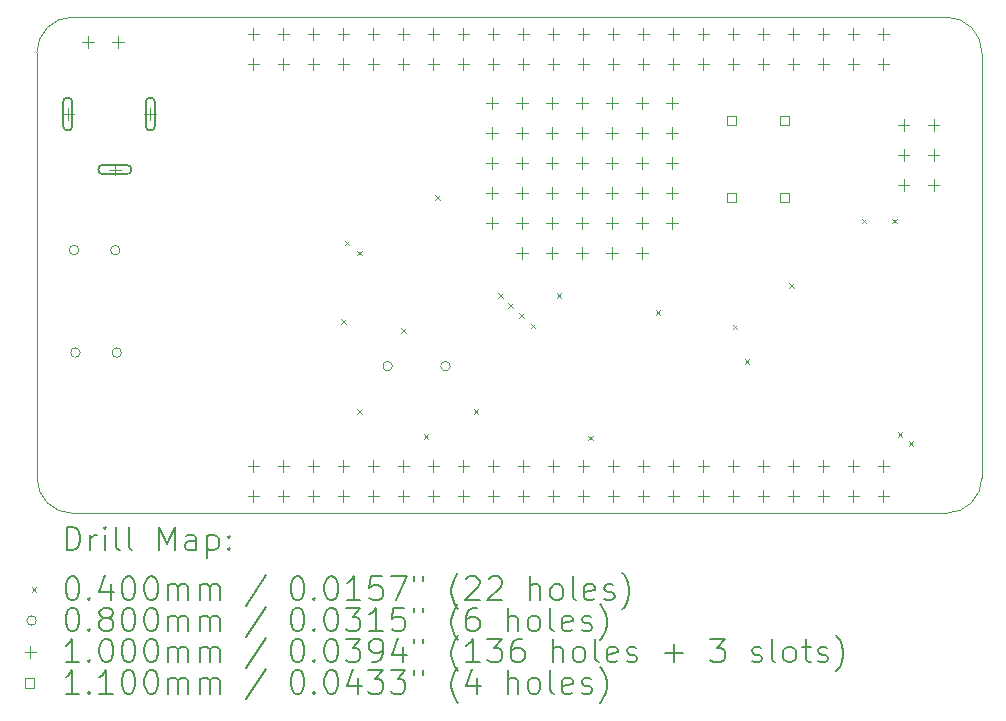
<source format=gbr>
%FSLAX45Y45*%
G04 Gerber Fmt 4.5, Leading zero omitted, Abs format (unit mm)*
G04 Created by KiCad (PCBNEW (6.0.5)) date 2023-02-02 23:21:55*
%MOMM*%
%LPD*%
G01*
G04 APERTURE LIST*
%TA.AperFunction,Profile*%
%ADD10C,0.100000*%
%TD*%
%ADD11C,0.200000*%
%ADD12C,0.040000*%
%ADD13C,0.080000*%
%ADD14C,0.100000*%
%ADD15C,0.110000*%
G04 APERTURE END LIST*
D10*
X10500000Y-7700000D02*
X10500000Y-11300000D01*
X18500000Y-7700000D02*
G75*
G03*
X18200000Y-7400000I-300000J0D01*
G01*
X18200000Y-11600000D02*
G75*
G03*
X18500000Y-11300000I0J300000D01*
G01*
X10500000Y-11300000D02*
X10500000Y-11300000D01*
X18500000Y-11300000D02*
X18500000Y-7700000D01*
X10800000Y-11600000D02*
X18200000Y-11600000D01*
X18200000Y-7400000D02*
X10800000Y-7400000D01*
X10800000Y-7400000D02*
G75*
G03*
X10500000Y-7700000I0J-300000D01*
G01*
X10500000Y-11300000D02*
G75*
G03*
X10800000Y-11600000I300000J0D01*
G01*
D11*
D12*
X13077000Y-9958000D02*
X13117000Y-9998000D01*
X13117000Y-9958000D02*
X13077000Y-9998000D01*
X13105000Y-9292000D02*
X13145000Y-9332000D01*
X13145000Y-9292000D02*
X13105000Y-9332000D01*
X13209000Y-10719000D02*
X13249000Y-10759000D01*
X13249000Y-10719000D02*
X13209000Y-10759000D01*
X13211000Y-9376000D02*
X13251000Y-9416000D01*
X13251000Y-9376000D02*
X13211000Y-9416000D01*
X13586000Y-10032000D02*
X13626000Y-10072000D01*
X13626000Y-10032000D02*
X13586000Y-10072000D01*
X13775000Y-10928000D02*
X13815000Y-10968000D01*
X13815000Y-10928000D02*
X13775000Y-10968000D01*
X13871000Y-8905000D02*
X13911000Y-8945000D01*
X13911000Y-8905000D02*
X13871000Y-8945000D01*
X14198000Y-10717000D02*
X14238000Y-10757000D01*
X14238000Y-10717000D02*
X14198000Y-10757000D01*
X14405000Y-9739000D02*
X14445000Y-9779000D01*
X14445000Y-9739000D02*
X14405000Y-9779000D01*
X14492000Y-9819000D02*
X14532000Y-9859000D01*
X14532000Y-9819000D02*
X14492000Y-9859000D01*
X14585000Y-9905000D02*
X14625000Y-9945000D01*
X14625000Y-9905000D02*
X14585000Y-9945000D01*
X14680000Y-9994000D02*
X14720000Y-10034000D01*
X14720000Y-9994000D02*
X14680000Y-10034000D01*
X14901000Y-9735000D02*
X14941000Y-9775000D01*
X14941000Y-9735000D02*
X14901000Y-9775000D01*
X15164000Y-10944000D02*
X15204000Y-10984000D01*
X15204000Y-10944000D02*
X15164000Y-10984000D01*
X15739000Y-9883000D02*
X15779000Y-9923000D01*
X15779000Y-9883000D02*
X15739000Y-9923000D01*
X16391000Y-10004000D02*
X16431000Y-10044000D01*
X16431000Y-10004000D02*
X16391000Y-10044000D01*
X16491000Y-10297000D02*
X16531000Y-10337000D01*
X16531000Y-10297000D02*
X16491000Y-10337000D01*
X16866000Y-9653000D02*
X16906000Y-9693000D01*
X16906000Y-9653000D02*
X16866000Y-9693000D01*
X17482000Y-9107000D02*
X17522000Y-9147000D01*
X17522000Y-9107000D02*
X17482000Y-9147000D01*
X17743000Y-9105000D02*
X17783000Y-9145000D01*
X17783000Y-9105000D02*
X17743000Y-9145000D01*
X17786000Y-10912000D02*
X17826000Y-10952000D01*
X17826000Y-10912000D02*
X17786000Y-10952000D01*
X17880000Y-10992000D02*
X17920000Y-11032000D01*
X17920000Y-10992000D02*
X17880000Y-11032000D01*
D13*
X10853465Y-9372600D02*
G75*
G03*
X10853465Y-9372600I-40000J0D01*
G01*
X10865265Y-10240000D02*
G75*
G03*
X10865265Y-10240000I-40000J0D01*
G01*
X11203465Y-9372600D02*
G75*
G03*
X11203465Y-9372600I-40000J0D01*
G01*
X11215265Y-10240000D02*
G75*
G03*
X11215265Y-10240000I-40000J0D01*
G01*
X13509000Y-10354000D02*
G75*
G03*
X13509000Y-10354000I-40000J0D01*
G01*
X13999000Y-10354000D02*
G75*
G03*
X13999000Y-10354000I-40000J0D01*
G01*
D14*
X10760000Y-8170000D02*
X10760000Y-8270000D01*
X10710000Y-8220000D02*
X10810000Y-8220000D01*
D11*
X10720000Y-8120000D02*
X10720000Y-8320000D01*
X10800000Y-8120000D02*
X10800000Y-8320000D01*
X10720000Y-8320000D02*
G75*
G03*
X10800000Y-8320000I40000J0D01*
G01*
X10800000Y-8120000D02*
G75*
G03*
X10720000Y-8120000I-40000J0D01*
G01*
D14*
X10929500Y-7562000D02*
X10929500Y-7662000D01*
X10879500Y-7612000D02*
X10979500Y-7612000D01*
X11160000Y-8640000D02*
X11160000Y-8740000D01*
X11110000Y-8690000D02*
X11210000Y-8690000D01*
D11*
X11060000Y-8730000D02*
X11260000Y-8730000D01*
X11060000Y-8650000D02*
X11260000Y-8650000D01*
X11260000Y-8730000D02*
G75*
G03*
X11260000Y-8650000I0J40000D01*
G01*
X11060000Y-8650000D02*
G75*
G03*
X11060000Y-8730000I0J-40000D01*
G01*
D14*
X11183500Y-7562000D02*
X11183500Y-7662000D01*
X11133500Y-7612000D02*
X11233500Y-7612000D01*
X11460000Y-8170000D02*
X11460000Y-8270000D01*
X11410000Y-8220000D02*
X11510000Y-8220000D01*
D11*
X11420000Y-8120000D02*
X11420000Y-8320000D01*
X11500000Y-8120000D02*
X11500000Y-8320000D01*
X11420000Y-8320000D02*
G75*
G03*
X11500000Y-8320000I40000J0D01*
G01*
X11500000Y-8120000D02*
G75*
G03*
X11420000Y-8120000I-40000J0D01*
G01*
D14*
X12333000Y-7496000D02*
X12333000Y-7596000D01*
X12283000Y-7546000D02*
X12383000Y-7546000D01*
X12333000Y-7750000D02*
X12333000Y-7850000D01*
X12283000Y-7800000D02*
X12383000Y-7800000D01*
X12333000Y-11150000D02*
X12333000Y-11250000D01*
X12283000Y-11200000D02*
X12383000Y-11200000D01*
X12333000Y-11404000D02*
X12333000Y-11504000D01*
X12283000Y-11454000D02*
X12383000Y-11454000D01*
X12587000Y-7496000D02*
X12587000Y-7596000D01*
X12537000Y-7546000D02*
X12637000Y-7546000D01*
X12587000Y-7750000D02*
X12587000Y-7850000D01*
X12537000Y-7800000D02*
X12637000Y-7800000D01*
X12587000Y-11150000D02*
X12587000Y-11250000D01*
X12537000Y-11200000D02*
X12637000Y-11200000D01*
X12587000Y-11404000D02*
X12587000Y-11504000D01*
X12537000Y-11454000D02*
X12637000Y-11454000D01*
X12841000Y-7496000D02*
X12841000Y-7596000D01*
X12791000Y-7546000D02*
X12891000Y-7546000D01*
X12841000Y-7750000D02*
X12841000Y-7850000D01*
X12791000Y-7800000D02*
X12891000Y-7800000D01*
X12841000Y-11150000D02*
X12841000Y-11250000D01*
X12791000Y-11200000D02*
X12891000Y-11200000D01*
X12841000Y-11404000D02*
X12841000Y-11504000D01*
X12791000Y-11454000D02*
X12891000Y-11454000D01*
X13095000Y-7496000D02*
X13095000Y-7596000D01*
X13045000Y-7546000D02*
X13145000Y-7546000D01*
X13095000Y-7750000D02*
X13095000Y-7850000D01*
X13045000Y-7800000D02*
X13145000Y-7800000D01*
X13095000Y-11150000D02*
X13095000Y-11250000D01*
X13045000Y-11200000D02*
X13145000Y-11200000D01*
X13095000Y-11404000D02*
X13095000Y-11504000D01*
X13045000Y-11454000D02*
X13145000Y-11454000D01*
X13349000Y-7496000D02*
X13349000Y-7596000D01*
X13299000Y-7546000D02*
X13399000Y-7546000D01*
X13349000Y-7750000D02*
X13349000Y-7850000D01*
X13299000Y-7800000D02*
X13399000Y-7800000D01*
X13349000Y-11150000D02*
X13349000Y-11250000D01*
X13299000Y-11200000D02*
X13399000Y-11200000D01*
X13349000Y-11404000D02*
X13349000Y-11504000D01*
X13299000Y-11454000D02*
X13399000Y-11454000D01*
X13603000Y-7496000D02*
X13603000Y-7596000D01*
X13553000Y-7546000D02*
X13653000Y-7546000D01*
X13603000Y-7750000D02*
X13603000Y-7850000D01*
X13553000Y-7800000D02*
X13653000Y-7800000D01*
X13603000Y-11150000D02*
X13603000Y-11250000D01*
X13553000Y-11200000D02*
X13653000Y-11200000D01*
X13603000Y-11404000D02*
X13603000Y-11504000D01*
X13553000Y-11454000D02*
X13653000Y-11454000D01*
X13857000Y-7496000D02*
X13857000Y-7596000D01*
X13807000Y-7546000D02*
X13907000Y-7546000D01*
X13857000Y-7750000D02*
X13857000Y-7850000D01*
X13807000Y-7800000D02*
X13907000Y-7800000D01*
X13857000Y-11150000D02*
X13857000Y-11250000D01*
X13807000Y-11200000D02*
X13907000Y-11200000D01*
X13857000Y-11404000D02*
X13857000Y-11504000D01*
X13807000Y-11454000D02*
X13907000Y-11454000D01*
X14111000Y-7496000D02*
X14111000Y-7596000D01*
X14061000Y-7546000D02*
X14161000Y-7546000D01*
X14111000Y-7750000D02*
X14111000Y-7850000D01*
X14061000Y-7800000D02*
X14161000Y-7800000D01*
X14111000Y-11150000D02*
X14111000Y-11250000D01*
X14061000Y-11200000D02*
X14161000Y-11200000D01*
X14111000Y-11404000D02*
X14111000Y-11504000D01*
X14061000Y-11454000D02*
X14161000Y-11454000D01*
X14351000Y-8078000D02*
X14351000Y-8178000D01*
X14301000Y-8128000D02*
X14401000Y-8128000D01*
X14351000Y-8332000D02*
X14351000Y-8432000D01*
X14301000Y-8382000D02*
X14401000Y-8382000D01*
X14351000Y-8586000D02*
X14351000Y-8686000D01*
X14301000Y-8636000D02*
X14401000Y-8636000D01*
X14351000Y-8840000D02*
X14351000Y-8940000D01*
X14301000Y-8890000D02*
X14401000Y-8890000D01*
X14351000Y-9094000D02*
X14351000Y-9194000D01*
X14301000Y-9144000D02*
X14401000Y-9144000D01*
X14365000Y-7496000D02*
X14365000Y-7596000D01*
X14315000Y-7546000D02*
X14415000Y-7546000D01*
X14365000Y-7750000D02*
X14365000Y-7850000D01*
X14315000Y-7800000D02*
X14415000Y-7800000D01*
X14365000Y-11150000D02*
X14365000Y-11250000D01*
X14315000Y-11200000D02*
X14415000Y-11200000D01*
X14365000Y-11404000D02*
X14365000Y-11504000D01*
X14315000Y-11454000D02*
X14415000Y-11454000D01*
X14605000Y-8078000D02*
X14605000Y-8178000D01*
X14555000Y-8128000D02*
X14655000Y-8128000D01*
X14605000Y-8332000D02*
X14605000Y-8432000D01*
X14555000Y-8382000D02*
X14655000Y-8382000D01*
X14605000Y-8586000D02*
X14605000Y-8686000D01*
X14555000Y-8636000D02*
X14655000Y-8636000D01*
X14605000Y-8840000D02*
X14605000Y-8940000D01*
X14555000Y-8890000D02*
X14655000Y-8890000D01*
X14605000Y-9094000D02*
X14605000Y-9194000D01*
X14555000Y-9144000D02*
X14655000Y-9144000D01*
X14605000Y-9348000D02*
X14605000Y-9448000D01*
X14555000Y-9398000D02*
X14655000Y-9398000D01*
X14619000Y-7496000D02*
X14619000Y-7596000D01*
X14569000Y-7546000D02*
X14669000Y-7546000D01*
X14619000Y-7750000D02*
X14619000Y-7850000D01*
X14569000Y-7800000D02*
X14669000Y-7800000D01*
X14619000Y-11150000D02*
X14619000Y-11250000D01*
X14569000Y-11200000D02*
X14669000Y-11200000D01*
X14619000Y-11404000D02*
X14619000Y-11504000D01*
X14569000Y-11454000D02*
X14669000Y-11454000D01*
X14859000Y-8078000D02*
X14859000Y-8178000D01*
X14809000Y-8128000D02*
X14909000Y-8128000D01*
X14859000Y-8332000D02*
X14859000Y-8432000D01*
X14809000Y-8382000D02*
X14909000Y-8382000D01*
X14859000Y-8586000D02*
X14859000Y-8686000D01*
X14809000Y-8636000D02*
X14909000Y-8636000D01*
X14859000Y-8840000D02*
X14859000Y-8940000D01*
X14809000Y-8890000D02*
X14909000Y-8890000D01*
X14859000Y-9094000D02*
X14859000Y-9194000D01*
X14809000Y-9144000D02*
X14909000Y-9144000D01*
X14859000Y-9348000D02*
X14859000Y-9448000D01*
X14809000Y-9398000D02*
X14909000Y-9398000D01*
X14873000Y-7496000D02*
X14873000Y-7596000D01*
X14823000Y-7546000D02*
X14923000Y-7546000D01*
X14873000Y-7750000D02*
X14873000Y-7850000D01*
X14823000Y-7800000D02*
X14923000Y-7800000D01*
X14873000Y-11150000D02*
X14873000Y-11250000D01*
X14823000Y-11200000D02*
X14923000Y-11200000D01*
X14873000Y-11404000D02*
X14873000Y-11504000D01*
X14823000Y-11454000D02*
X14923000Y-11454000D01*
X15113000Y-8078000D02*
X15113000Y-8178000D01*
X15063000Y-8128000D02*
X15163000Y-8128000D01*
X15113000Y-8332000D02*
X15113000Y-8432000D01*
X15063000Y-8382000D02*
X15163000Y-8382000D01*
X15113000Y-8586000D02*
X15113000Y-8686000D01*
X15063000Y-8636000D02*
X15163000Y-8636000D01*
X15113000Y-8840000D02*
X15113000Y-8940000D01*
X15063000Y-8890000D02*
X15163000Y-8890000D01*
X15113000Y-9094000D02*
X15113000Y-9194000D01*
X15063000Y-9144000D02*
X15163000Y-9144000D01*
X15113000Y-9348000D02*
X15113000Y-9448000D01*
X15063000Y-9398000D02*
X15163000Y-9398000D01*
X15127000Y-7496000D02*
X15127000Y-7596000D01*
X15077000Y-7546000D02*
X15177000Y-7546000D01*
X15127000Y-7750000D02*
X15127000Y-7850000D01*
X15077000Y-7800000D02*
X15177000Y-7800000D01*
X15127000Y-11150000D02*
X15127000Y-11250000D01*
X15077000Y-11200000D02*
X15177000Y-11200000D01*
X15127000Y-11404000D02*
X15127000Y-11504000D01*
X15077000Y-11454000D02*
X15177000Y-11454000D01*
X15366533Y-8330599D02*
X15366533Y-8430599D01*
X15316533Y-8380599D02*
X15416533Y-8380599D01*
X15366533Y-8584599D02*
X15366533Y-8684599D01*
X15316533Y-8634599D02*
X15416533Y-8634599D01*
X15366533Y-8838599D02*
X15366533Y-8938599D01*
X15316533Y-8888599D02*
X15416533Y-8888599D01*
X15366533Y-9092599D02*
X15366533Y-9192599D01*
X15316533Y-9142599D02*
X15416533Y-9142599D01*
X15367000Y-8078000D02*
X15367000Y-8178000D01*
X15317000Y-8128000D02*
X15417000Y-8128000D01*
X15367000Y-9348000D02*
X15367000Y-9448000D01*
X15317000Y-9398000D02*
X15417000Y-9398000D01*
X15381000Y-7496000D02*
X15381000Y-7596000D01*
X15331000Y-7546000D02*
X15431000Y-7546000D01*
X15381000Y-7750000D02*
X15381000Y-7850000D01*
X15331000Y-7800000D02*
X15431000Y-7800000D01*
X15381000Y-11150000D02*
X15381000Y-11250000D01*
X15331000Y-11200000D02*
X15431000Y-11200000D01*
X15381000Y-11404000D02*
X15381000Y-11504000D01*
X15331000Y-11454000D02*
X15431000Y-11454000D01*
X15621000Y-8078000D02*
X15621000Y-8178000D01*
X15571000Y-8128000D02*
X15671000Y-8128000D01*
X15621000Y-8332000D02*
X15621000Y-8432000D01*
X15571000Y-8382000D02*
X15671000Y-8382000D01*
X15621000Y-8586000D02*
X15621000Y-8686000D01*
X15571000Y-8636000D02*
X15671000Y-8636000D01*
X15621000Y-8840000D02*
X15621000Y-8940000D01*
X15571000Y-8890000D02*
X15671000Y-8890000D01*
X15621000Y-9094000D02*
X15621000Y-9194000D01*
X15571000Y-9144000D02*
X15671000Y-9144000D01*
X15621000Y-9348000D02*
X15621000Y-9448000D01*
X15571000Y-9398000D02*
X15671000Y-9398000D01*
X15635000Y-7496000D02*
X15635000Y-7596000D01*
X15585000Y-7546000D02*
X15685000Y-7546000D01*
X15635000Y-7750000D02*
X15635000Y-7850000D01*
X15585000Y-7800000D02*
X15685000Y-7800000D01*
X15635000Y-11150000D02*
X15635000Y-11250000D01*
X15585000Y-11200000D02*
X15685000Y-11200000D01*
X15635000Y-11404000D02*
X15635000Y-11504000D01*
X15585000Y-11454000D02*
X15685000Y-11454000D01*
X15875000Y-8078000D02*
X15875000Y-8178000D01*
X15825000Y-8128000D02*
X15925000Y-8128000D01*
X15875000Y-8332000D02*
X15875000Y-8432000D01*
X15825000Y-8382000D02*
X15925000Y-8382000D01*
X15875000Y-8586000D02*
X15875000Y-8686000D01*
X15825000Y-8636000D02*
X15925000Y-8636000D01*
X15875000Y-8840000D02*
X15875000Y-8940000D01*
X15825000Y-8890000D02*
X15925000Y-8890000D01*
X15875000Y-9094000D02*
X15875000Y-9194000D01*
X15825000Y-9144000D02*
X15925000Y-9144000D01*
X15889000Y-7496000D02*
X15889000Y-7596000D01*
X15839000Y-7546000D02*
X15939000Y-7546000D01*
X15889000Y-7750000D02*
X15889000Y-7850000D01*
X15839000Y-7800000D02*
X15939000Y-7800000D01*
X15889000Y-11150000D02*
X15889000Y-11250000D01*
X15839000Y-11200000D02*
X15939000Y-11200000D01*
X15889000Y-11404000D02*
X15889000Y-11504000D01*
X15839000Y-11454000D02*
X15939000Y-11454000D01*
X16143000Y-7496000D02*
X16143000Y-7596000D01*
X16093000Y-7546000D02*
X16193000Y-7546000D01*
X16143000Y-7750000D02*
X16143000Y-7850000D01*
X16093000Y-7800000D02*
X16193000Y-7800000D01*
X16143000Y-11150000D02*
X16143000Y-11250000D01*
X16093000Y-11200000D02*
X16193000Y-11200000D01*
X16143000Y-11404000D02*
X16143000Y-11504000D01*
X16093000Y-11454000D02*
X16193000Y-11454000D01*
X16397000Y-7496000D02*
X16397000Y-7596000D01*
X16347000Y-7546000D02*
X16447000Y-7546000D01*
X16397000Y-7750000D02*
X16397000Y-7850000D01*
X16347000Y-7800000D02*
X16447000Y-7800000D01*
X16397000Y-11150000D02*
X16397000Y-11250000D01*
X16347000Y-11200000D02*
X16447000Y-11200000D01*
X16397000Y-11404000D02*
X16397000Y-11504000D01*
X16347000Y-11454000D02*
X16447000Y-11454000D01*
X16651000Y-7496000D02*
X16651000Y-7596000D01*
X16601000Y-7546000D02*
X16701000Y-7546000D01*
X16651000Y-7750000D02*
X16651000Y-7850000D01*
X16601000Y-7800000D02*
X16701000Y-7800000D01*
X16651000Y-11150000D02*
X16651000Y-11250000D01*
X16601000Y-11200000D02*
X16701000Y-11200000D01*
X16651000Y-11404000D02*
X16651000Y-11504000D01*
X16601000Y-11454000D02*
X16701000Y-11454000D01*
X16905000Y-7496000D02*
X16905000Y-7596000D01*
X16855000Y-7546000D02*
X16955000Y-7546000D01*
X16905000Y-7750000D02*
X16905000Y-7850000D01*
X16855000Y-7800000D02*
X16955000Y-7800000D01*
X16905000Y-11150000D02*
X16905000Y-11250000D01*
X16855000Y-11200000D02*
X16955000Y-11200000D01*
X16905000Y-11404000D02*
X16905000Y-11504000D01*
X16855000Y-11454000D02*
X16955000Y-11454000D01*
X17159000Y-7496000D02*
X17159000Y-7596000D01*
X17109000Y-7546000D02*
X17209000Y-7546000D01*
X17159000Y-7750000D02*
X17159000Y-7850000D01*
X17109000Y-7800000D02*
X17209000Y-7800000D01*
X17159000Y-11150000D02*
X17159000Y-11250000D01*
X17109000Y-11200000D02*
X17209000Y-11200000D01*
X17159000Y-11404000D02*
X17159000Y-11504000D01*
X17109000Y-11454000D02*
X17209000Y-11454000D01*
X17413000Y-7496000D02*
X17413000Y-7596000D01*
X17363000Y-7546000D02*
X17463000Y-7546000D01*
X17413000Y-7750000D02*
X17413000Y-7850000D01*
X17363000Y-7800000D02*
X17463000Y-7800000D01*
X17413000Y-11150000D02*
X17413000Y-11250000D01*
X17363000Y-11200000D02*
X17463000Y-11200000D01*
X17413000Y-11404000D02*
X17413000Y-11504000D01*
X17363000Y-11454000D02*
X17463000Y-11454000D01*
X17667000Y-7496000D02*
X17667000Y-7596000D01*
X17617000Y-7546000D02*
X17717000Y-7546000D01*
X17667000Y-7750000D02*
X17667000Y-7850000D01*
X17617000Y-7800000D02*
X17717000Y-7800000D01*
X17667000Y-11150000D02*
X17667000Y-11250000D01*
X17617000Y-11200000D02*
X17717000Y-11200000D01*
X17667000Y-11404000D02*
X17667000Y-11504000D01*
X17617000Y-11454000D02*
X17717000Y-11454000D01*
X17837000Y-8262000D02*
X17837000Y-8362000D01*
X17787000Y-8312000D02*
X17887000Y-8312000D01*
X17837000Y-8516000D02*
X17837000Y-8616000D01*
X17787000Y-8566000D02*
X17887000Y-8566000D01*
X17837000Y-8770000D02*
X17837000Y-8870000D01*
X17787000Y-8820000D02*
X17887000Y-8820000D01*
X18091000Y-8262000D02*
X18091000Y-8362000D01*
X18041000Y-8312000D02*
X18141000Y-8312000D01*
X18091000Y-8516000D02*
X18091000Y-8616000D01*
X18041000Y-8566000D02*
X18141000Y-8566000D01*
X18091000Y-8770000D02*
X18091000Y-8870000D01*
X18041000Y-8820000D02*
X18141000Y-8820000D01*
D15*
X16418891Y-8316391D02*
X16418891Y-8238609D01*
X16341109Y-8238609D01*
X16341109Y-8316391D01*
X16418891Y-8316391D01*
X16418891Y-8966391D02*
X16418891Y-8888609D01*
X16341109Y-8888609D01*
X16341109Y-8966391D01*
X16418891Y-8966391D01*
X16868891Y-8316391D02*
X16868891Y-8238609D01*
X16791109Y-8238609D01*
X16791109Y-8316391D01*
X16868891Y-8316391D01*
X16868891Y-8966391D02*
X16868891Y-8888609D01*
X16791109Y-8888609D01*
X16791109Y-8966391D01*
X16868891Y-8966391D01*
D11*
X10752619Y-11915476D02*
X10752619Y-11715476D01*
X10800238Y-11715476D01*
X10828810Y-11725000D01*
X10847857Y-11744048D01*
X10857381Y-11763095D01*
X10866905Y-11801190D01*
X10866905Y-11829762D01*
X10857381Y-11867857D01*
X10847857Y-11886905D01*
X10828810Y-11905952D01*
X10800238Y-11915476D01*
X10752619Y-11915476D01*
X10952619Y-11915476D02*
X10952619Y-11782143D01*
X10952619Y-11820238D02*
X10962143Y-11801190D01*
X10971667Y-11791667D01*
X10990714Y-11782143D01*
X11009762Y-11782143D01*
X11076429Y-11915476D02*
X11076429Y-11782143D01*
X11076429Y-11715476D02*
X11066905Y-11725000D01*
X11076429Y-11734524D01*
X11085952Y-11725000D01*
X11076429Y-11715476D01*
X11076429Y-11734524D01*
X11200238Y-11915476D02*
X11181190Y-11905952D01*
X11171667Y-11886905D01*
X11171667Y-11715476D01*
X11305000Y-11915476D02*
X11285952Y-11905952D01*
X11276428Y-11886905D01*
X11276428Y-11715476D01*
X11533571Y-11915476D02*
X11533571Y-11715476D01*
X11600238Y-11858333D01*
X11666905Y-11715476D01*
X11666905Y-11915476D01*
X11847857Y-11915476D02*
X11847857Y-11810714D01*
X11838333Y-11791667D01*
X11819286Y-11782143D01*
X11781190Y-11782143D01*
X11762143Y-11791667D01*
X11847857Y-11905952D02*
X11828809Y-11915476D01*
X11781190Y-11915476D01*
X11762143Y-11905952D01*
X11752619Y-11886905D01*
X11752619Y-11867857D01*
X11762143Y-11848809D01*
X11781190Y-11839286D01*
X11828809Y-11839286D01*
X11847857Y-11829762D01*
X11943095Y-11782143D02*
X11943095Y-11982143D01*
X11943095Y-11791667D02*
X11962143Y-11782143D01*
X12000238Y-11782143D01*
X12019286Y-11791667D01*
X12028809Y-11801190D01*
X12038333Y-11820238D01*
X12038333Y-11877381D01*
X12028809Y-11896428D01*
X12019286Y-11905952D01*
X12000238Y-11915476D01*
X11962143Y-11915476D01*
X11943095Y-11905952D01*
X12124048Y-11896428D02*
X12133571Y-11905952D01*
X12124048Y-11915476D01*
X12114524Y-11905952D01*
X12124048Y-11896428D01*
X12124048Y-11915476D01*
X12124048Y-11791667D02*
X12133571Y-11801190D01*
X12124048Y-11810714D01*
X12114524Y-11801190D01*
X12124048Y-11791667D01*
X12124048Y-11810714D01*
D12*
X10455000Y-12225000D02*
X10495000Y-12265000D01*
X10495000Y-12225000D02*
X10455000Y-12265000D01*
D11*
X10790714Y-12135476D02*
X10809762Y-12135476D01*
X10828810Y-12145000D01*
X10838333Y-12154524D01*
X10847857Y-12173571D01*
X10857381Y-12211667D01*
X10857381Y-12259286D01*
X10847857Y-12297381D01*
X10838333Y-12316428D01*
X10828810Y-12325952D01*
X10809762Y-12335476D01*
X10790714Y-12335476D01*
X10771667Y-12325952D01*
X10762143Y-12316428D01*
X10752619Y-12297381D01*
X10743095Y-12259286D01*
X10743095Y-12211667D01*
X10752619Y-12173571D01*
X10762143Y-12154524D01*
X10771667Y-12145000D01*
X10790714Y-12135476D01*
X10943095Y-12316428D02*
X10952619Y-12325952D01*
X10943095Y-12335476D01*
X10933571Y-12325952D01*
X10943095Y-12316428D01*
X10943095Y-12335476D01*
X11124048Y-12202143D02*
X11124048Y-12335476D01*
X11076429Y-12125952D02*
X11028810Y-12268809D01*
X11152619Y-12268809D01*
X11266905Y-12135476D02*
X11285952Y-12135476D01*
X11305000Y-12145000D01*
X11314524Y-12154524D01*
X11324048Y-12173571D01*
X11333571Y-12211667D01*
X11333571Y-12259286D01*
X11324048Y-12297381D01*
X11314524Y-12316428D01*
X11305000Y-12325952D01*
X11285952Y-12335476D01*
X11266905Y-12335476D01*
X11247857Y-12325952D01*
X11238333Y-12316428D01*
X11228809Y-12297381D01*
X11219286Y-12259286D01*
X11219286Y-12211667D01*
X11228809Y-12173571D01*
X11238333Y-12154524D01*
X11247857Y-12145000D01*
X11266905Y-12135476D01*
X11457381Y-12135476D02*
X11476428Y-12135476D01*
X11495476Y-12145000D01*
X11505000Y-12154524D01*
X11514524Y-12173571D01*
X11524048Y-12211667D01*
X11524048Y-12259286D01*
X11514524Y-12297381D01*
X11505000Y-12316428D01*
X11495476Y-12325952D01*
X11476428Y-12335476D01*
X11457381Y-12335476D01*
X11438333Y-12325952D01*
X11428809Y-12316428D01*
X11419286Y-12297381D01*
X11409762Y-12259286D01*
X11409762Y-12211667D01*
X11419286Y-12173571D01*
X11428809Y-12154524D01*
X11438333Y-12145000D01*
X11457381Y-12135476D01*
X11609762Y-12335476D02*
X11609762Y-12202143D01*
X11609762Y-12221190D02*
X11619286Y-12211667D01*
X11638333Y-12202143D01*
X11666905Y-12202143D01*
X11685952Y-12211667D01*
X11695476Y-12230714D01*
X11695476Y-12335476D01*
X11695476Y-12230714D02*
X11705000Y-12211667D01*
X11724048Y-12202143D01*
X11752619Y-12202143D01*
X11771667Y-12211667D01*
X11781190Y-12230714D01*
X11781190Y-12335476D01*
X11876428Y-12335476D02*
X11876428Y-12202143D01*
X11876428Y-12221190D02*
X11885952Y-12211667D01*
X11905000Y-12202143D01*
X11933571Y-12202143D01*
X11952619Y-12211667D01*
X11962143Y-12230714D01*
X11962143Y-12335476D01*
X11962143Y-12230714D02*
X11971667Y-12211667D01*
X11990714Y-12202143D01*
X12019286Y-12202143D01*
X12038333Y-12211667D01*
X12047857Y-12230714D01*
X12047857Y-12335476D01*
X12438333Y-12125952D02*
X12266905Y-12383095D01*
X12695476Y-12135476D02*
X12714524Y-12135476D01*
X12733571Y-12145000D01*
X12743095Y-12154524D01*
X12752619Y-12173571D01*
X12762143Y-12211667D01*
X12762143Y-12259286D01*
X12752619Y-12297381D01*
X12743095Y-12316428D01*
X12733571Y-12325952D01*
X12714524Y-12335476D01*
X12695476Y-12335476D01*
X12676428Y-12325952D01*
X12666905Y-12316428D01*
X12657381Y-12297381D01*
X12647857Y-12259286D01*
X12647857Y-12211667D01*
X12657381Y-12173571D01*
X12666905Y-12154524D01*
X12676428Y-12145000D01*
X12695476Y-12135476D01*
X12847857Y-12316428D02*
X12857381Y-12325952D01*
X12847857Y-12335476D01*
X12838333Y-12325952D01*
X12847857Y-12316428D01*
X12847857Y-12335476D01*
X12981190Y-12135476D02*
X13000238Y-12135476D01*
X13019286Y-12145000D01*
X13028809Y-12154524D01*
X13038333Y-12173571D01*
X13047857Y-12211667D01*
X13047857Y-12259286D01*
X13038333Y-12297381D01*
X13028809Y-12316428D01*
X13019286Y-12325952D01*
X13000238Y-12335476D01*
X12981190Y-12335476D01*
X12962143Y-12325952D01*
X12952619Y-12316428D01*
X12943095Y-12297381D01*
X12933571Y-12259286D01*
X12933571Y-12211667D01*
X12943095Y-12173571D01*
X12952619Y-12154524D01*
X12962143Y-12145000D01*
X12981190Y-12135476D01*
X13238333Y-12335476D02*
X13124048Y-12335476D01*
X13181190Y-12335476D02*
X13181190Y-12135476D01*
X13162143Y-12164048D01*
X13143095Y-12183095D01*
X13124048Y-12192619D01*
X13419286Y-12135476D02*
X13324048Y-12135476D01*
X13314524Y-12230714D01*
X13324048Y-12221190D01*
X13343095Y-12211667D01*
X13390714Y-12211667D01*
X13409762Y-12221190D01*
X13419286Y-12230714D01*
X13428809Y-12249762D01*
X13428809Y-12297381D01*
X13419286Y-12316428D01*
X13409762Y-12325952D01*
X13390714Y-12335476D01*
X13343095Y-12335476D01*
X13324048Y-12325952D01*
X13314524Y-12316428D01*
X13495476Y-12135476D02*
X13628809Y-12135476D01*
X13543095Y-12335476D01*
X13695476Y-12135476D02*
X13695476Y-12173571D01*
X13771667Y-12135476D02*
X13771667Y-12173571D01*
X14066905Y-12411667D02*
X14057381Y-12402143D01*
X14038333Y-12373571D01*
X14028809Y-12354524D01*
X14019286Y-12325952D01*
X14009762Y-12278333D01*
X14009762Y-12240238D01*
X14019286Y-12192619D01*
X14028809Y-12164048D01*
X14038333Y-12145000D01*
X14057381Y-12116428D01*
X14066905Y-12106905D01*
X14133571Y-12154524D02*
X14143095Y-12145000D01*
X14162143Y-12135476D01*
X14209762Y-12135476D01*
X14228809Y-12145000D01*
X14238333Y-12154524D01*
X14247857Y-12173571D01*
X14247857Y-12192619D01*
X14238333Y-12221190D01*
X14124048Y-12335476D01*
X14247857Y-12335476D01*
X14324048Y-12154524D02*
X14333571Y-12145000D01*
X14352619Y-12135476D01*
X14400238Y-12135476D01*
X14419286Y-12145000D01*
X14428809Y-12154524D01*
X14438333Y-12173571D01*
X14438333Y-12192619D01*
X14428809Y-12221190D01*
X14314524Y-12335476D01*
X14438333Y-12335476D01*
X14676428Y-12335476D02*
X14676428Y-12135476D01*
X14762143Y-12335476D02*
X14762143Y-12230714D01*
X14752619Y-12211667D01*
X14733571Y-12202143D01*
X14705000Y-12202143D01*
X14685952Y-12211667D01*
X14676428Y-12221190D01*
X14885952Y-12335476D02*
X14866905Y-12325952D01*
X14857381Y-12316428D01*
X14847857Y-12297381D01*
X14847857Y-12240238D01*
X14857381Y-12221190D01*
X14866905Y-12211667D01*
X14885952Y-12202143D01*
X14914524Y-12202143D01*
X14933571Y-12211667D01*
X14943095Y-12221190D01*
X14952619Y-12240238D01*
X14952619Y-12297381D01*
X14943095Y-12316428D01*
X14933571Y-12325952D01*
X14914524Y-12335476D01*
X14885952Y-12335476D01*
X15066905Y-12335476D02*
X15047857Y-12325952D01*
X15038333Y-12306905D01*
X15038333Y-12135476D01*
X15219286Y-12325952D02*
X15200238Y-12335476D01*
X15162143Y-12335476D01*
X15143095Y-12325952D01*
X15133571Y-12306905D01*
X15133571Y-12230714D01*
X15143095Y-12211667D01*
X15162143Y-12202143D01*
X15200238Y-12202143D01*
X15219286Y-12211667D01*
X15228809Y-12230714D01*
X15228809Y-12249762D01*
X15133571Y-12268809D01*
X15305000Y-12325952D02*
X15324048Y-12335476D01*
X15362143Y-12335476D01*
X15381190Y-12325952D01*
X15390714Y-12306905D01*
X15390714Y-12297381D01*
X15381190Y-12278333D01*
X15362143Y-12268809D01*
X15333571Y-12268809D01*
X15314524Y-12259286D01*
X15305000Y-12240238D01*
X15305000Y-12230714D01*
X15314524Y-12211667D01*
X15333571Y-12202143D01*
X15362143Y-12202143D01*
X15381190Y-12211667D01*
X15457381Y-12411667D02*
X15466905Y-12402143D01*
X15485952Y-12373571D01*
X15495476Y-12354524D01*
X15505000Y-12325952D01*
X15514524Y-12278333D01*
X15514524Y-12240238D01*
X15505000Y-12192619D01*
X15495476Y-12164048D01*
X15485952Y-12145000D01*
X15466905Y-12116428D01*
X15457381Y-12106905D01*
D13*
X10495000Y-12509000D02*
G75*
G03*
X10495000Y-12509000I-40000J0D01*
G01*
D11*
X10790714Y-12399476D02*
X10809762Y-12399476D01*
X10828810Y-12409000D01*
X10838333Y-12418524D01*
X10847857Y-12437571D01*
X10857381Y-12475667D01*
X10857381Y-12523286D01*
X10847857Y-12561381D01*
X10838333Y-12580428D01*
X10828810Y-12589952D01*
X10809762Y-12599476D01*
X10790714Y-12599476D01*
X10771667Y-12589952D01*
X10762143Y-12580428D01*
X10752619Y-12561381D01*
X10743095Y-12523286D01*
X10743095Y-12475667D01*
X10752619Y-12437571D01*
X10762143Y-12418524D01*
X10771667Y-12409000D01*
X10790714Y-12399476D01*
X10943095Y-12580428D02*
X10952619Y-12589952D01*
X10943095Y-12599476D01*
X10933571Y-12589952D01*
X10943095Y-12580428D01*
X10943095Y-12599476D01*
X11066905Y-12485190D02*
X11047857Y-12475667D01*
X11038333Y-12466143D01*
X11028810Y-12447095D01*
X11028810Y-12437571D01*
X11038333Y-12418524D01*
X11047857Y-12409000D01*
X11066905Y-12399476D01*
X11105000Y-12399476D01*
X11124048Y-12409000D01*
X11133571Y-12418524D01*
X11143095Y-12437571D01*
X11143095Y-12447095D01*
X11133571Y-12466143D01*
X11124048Y-12475667D01*
X11105000Y-12485190D01*
X11066905Y-12485190D01*
X11047857Y-12494714D01*
X11038333Y-12504238D01*
X11028810Y-12523286D01*
X11028810Y-12561381D01*
X11038333Y-12580428D01*
X11047857Y-12589952D01*
X11066905Y-12599476D01*
X11105000Y-12599476D01*
X11124048Y-12589952D01*
X11133571Y-12580428D01*
X11143095Y-12561381D01*
X11143095Y-12523286D01*
X11133571Y-12504238D01*
X11124048Y-12494714D01*
X11105000Y-12485190D01*
X11266905Y-12399476D02*
X11285952Y-12399476D01*
X11305000Y-12409000D01*
X11314524Y-12418524D01*
X11324048Y-12437571D01*
X11333571Y-12475667D01*
X11333571Y-12523286D01*
X11324048Y-12561381D01*
X11314524Y-12580428D01*
X11305000Y-12589952D01*
X11285952Y-12599476D01*
X11266905Y-12599476D01*
X11247857Y-12589952D01*
X11238333Y-12580428D01*
X11228809Y-12561381D01*
X11219286Y-12523286D01*
X11219286Y-12475667D01*
X11228809Y-12437571D01*
X11238333Y-12418524D01*
X11247857Y-12409000D01*
X11266905Y-12399476D01*
X11457381Y-12399476D02*
X11476428Y-12399476D01*
X11495476Y-12409000D01*
X11505000Y-12418524D01*
X11514524Y-12437571D01*
X11524048Y-12475667D01*
X11524048Y-12523286D01*
X11514524Y-12561381D01*
X11505000Y-12580428D01*
X11495476Y-12589952D01*
X11476428Y-12599476D01*
X11457381Y-12599476D01*
X11438333Y-12589952D01*
X11428809Y-12580428D01*
X11419286Y-12561381D01*
X11409762Y-12523286D01*
X11409762Y-12475667D01*
X11419286Y-12437571D01*
X11428809Y-12418524D01*
X11438333Y-12409000D01*
X11457381Y-12399476D01*
X11609762Y-12599476D02*
X11609762Y-12466143D01*
X11609762Y-12485190D02*
X11619286Y-12475667D01*
X11638333Y-12466143D01*
X11666905Y-12466143D01*
X11685952Y-12475667D01*
X11695476Y-12494714D01*
X11695476Y-12599476D01*
X11695476Y-12494714D02*
X11705000Y-12475667D01*
X11724048Y-12466143D01*
X11752619Y-12466143D01*
X11771667Y-12475667D01*
X11781190Y-12494714D01*
X11781190Y-12599476D01*
X11876428Y-12599476D02*
X11876428Y-12466143D01*
X11876428Y-12485190D02*
X11885952Y-12475667D01*
X11905000Y-12466143D01*
X11933571Y-12466143D01*
X11952619Y-12475667D01*
X11962143Y-12494714D01*
X11962143Y-12599476D01*
X11962143Y-12494714D02*
X11971667Y-12475667D01*
X11990714Y-12466143D01*
X12019286Y-12466143D01*
X12038333Y-12475667D01*
X12047857Y-12494714D01*
X12047857Y-12599476D01*
X12438333Y-12389952D02*
X12266905Y-12647095D01*
X12695476Y-12399476D02*
X12714524Y-12399476D01*
X12733571Y-12409000D01*
X12743095Y-12418524D01*
X12752619Y-12437571D01*
X12762143Y-12475667D01*
X12762143Y-12523286D01*
X12752619Y-12561381D01*
X12743095Y-12580428D01*
X12733571Y-12589952D01*
X12714524Y-12599476D01*
X12695476Y-12599476D01*
X12676428Y-12589952D01*
X12666905Y-12580428D01*
X12657381Y-12561381D01*
X12647857Y-12523286D01*
X12647857Y-12475667D01*
X12657381Y-12437571D01*
X12666905Y-12418524D01*
X12676428Y-12409000D01*
X12695476Y-12399476D01*
X12847857Y-12580428D02*
X12857381Y-12589952D01*
X12847857Y-12599476D01*
X12838333Y-12589952D01*
X12847857Y-12580428D01*
X12847857Y-12599476D01*
X12981190Y-12399476D02*
X13000238Y-12399476D01*
X13019286Y-12409000D01*
X13028809Y-12418524D01*
X13038333Y-12437571D01*
X13047857Y-12475667D01*
X13047857Y-12523286D01*
X13038333Y-12561381D01*
X13028809Y-12580428D01*
X13019286Y-12589952D01*
X13000238Y-12599476D01*
X12981190Y-12599476D01*
X12962143Y-12589952D01*
X12952619Y-12580428D01*
X12943095Y-12561381D01*
X12933571Y-12523286D01*
X12933571Y-12475667D01*
X12943095Y-12437571D01*
X12952619Y-12418524D01*
X12962143Y-12409000D01*
X12981190Y-12399476D01*
X13114524Y-12399476D02*
X13238333Y-12399476D01*
X13171667Y-12475667D01*
X13200238Y-12475667D01*
X13219286Y-12485190D01*
X13228809Y-12494714D01*
X13238333Y-12513762D01*
X13238333Y-12561381D01*
X13228809Y-12580428D01*
X13219286Y-12589952D01*
X13200238Y-12599476D01*
X13143095Y-12599476D01*
X13124048Y-12589952D01*
X13114524Y-12580428D01*
X13428809Y-12599476D02*
X13314524Y-12599476D01*
X13371667Y-12599476D02*
X13371667Y-12399476D01*
X13352619Y-12428048D01*
X13333571Y-12447095D01*
X13314524Y-12456619D01*
X13609762Y-12399476D02*
X13514524Y-12399476D01*
X13505000Y-12494714D01*
X13514524Y-12485190D01*
X13533571Y-12475667D01*
X13581190Y-12475667D01*
X13600238Y-12485190D01*
X13609762Y-12494714D01*
X13619286Y-12513762D01*
X13619286Y-12561381D01*
X13609762Y-12580428D01*
X13600238Y-12589952D01*
X13581190Y-12599476D01*
X13533571Y-12599476D01*
X13514524Y-12589952D01*
X13505000Y-12580428D01*
X13695476Y-12399476D02*
X13695476Y-12437571D01*
X13771667Y-12399476D02*
X13771667Y-12437571D01*
X14066905Y-12675667D02*
X14057381Y-12666143D01*
X14038333Y-12637571D01*
X14028809Y-12618524D01*
X14019286Y-12589952D01*
X14009762Y-12542333D01*
X14009762Y-12504238D01*
X14019286Y-12456619D01*
X14028809Y-12428048D01*
X14038333Y-12409000D01*
X14057381Y-12380428D01*
X14066905Y-12370905D01*
X14228809Y-12399476D02*
X14190714Y-12399476D01*
X14171667Y-12409000D01*
X14162143Y-12418524D01*
X14143095Y-12447095D01*
X14133571Y-12485190D01*
X14133571Y-12561381D01*
X14143095Y-12580428D01*
X14152619Y-12589952D01*
X14171667Y-12599476D01*
X14209762Y-12599476D01*
X14228809Y-12589952D01*
X14238333Y-12580428D01*
X14247857Y-12561381D01*
X14247857Y-12513762D01*
X14238333Y-12494714D01*
X14228809Y-12485190D01*
X14209762Y-12475667D01*
X14171667Y-12475667D01*
X14152619Y-12485190D01*
X14143095Y-12494714D01*
X14133571Y-12513762D01*
X14485952Y-12599476D02*
X14485952Y-12399476D01*
X14571667Y-12599476D02*
X14571667Y-12494714D01*
X14562143Y-12475667D01*
X14543095Y-12466143D01*
X14514524Y-12466143D01*
X14495476Y-12475667D01*
X14485952Y-12485190D01*
X14695476Y-12599476D02*
X14676428Y-12589952D01*
X14666905Y-12580428D01*
X14657381Y-12561381D01*
X14657381Y-12504238D01*
X14666905Y-12485190D01*
X14676428Y-12475667D01*
X14695476Y-12466143D01*
X14724048Y-12466143D01*
X14743095Y-12475667D01*
X14752619Y-12485190D01*
X14762143Y-12504238D01*
X14762143Y-12561381D01*
X14752619Y-12580428D01*
X14743095Y-12589952D01*
X14724048Y-12599476D01*
X14695476Y-12599476D01*
X14876428Y-12599476D02*
X14857381Y-12589952D01*
X14847857Y-12570905D01*
X14847857Y-12399476D01*
X15028809Y-12589952D02*
X15009762Y-12599476D01*
X14971667Y-12599476D01*
X14952619Y-12589952D01*
X14943095Y-12570905D01*
X14943095Y-12494714D01*
X14952619Y-12475667D01*
X14971667Y-12466143D01*
X15009762Y-12466143D01*
X15028809Y-12475667D01*
X15038333Y-12494714D01*
X15038333Y-12513762D01*
X14943095Y-12532809D01*
X15114524Y-12589952D02*
X15133571Y-12599476D01*
X15171667Y-12599476D01*
X15190714Y-12589952D01*
X15200238Y-12570905D01*
X15200238Y-12561381D01*
X15190714Y-12542333D01*
X15171667Y-12532809D01*
X15143095Y-12532809D01*
X15124048Y-12523286D01*
X15114524Y-12504238D01*
X15114524Y-12494714D01*
X15124048Y-12475667D01*
X15143095Y-12466143D01*
X15171667Y-12466143D01*
X15190714Y-12475667D01*
X15266905Y-12675667D02*
X15276428Y-12666143D01*
X15295476Y-12637571D01*
X15305000Y-12618524D01*
X15314524Y-12589952D01*
X15324048Y-12542333D01*
X15324048Y-12504238D01*
X15314524Y-12456619D01*
X15305000Y-12428048D01*
X15295476Y-12409000D01*
X15276428Y-12380428D01*
X15266905Y-12370905D01*
D14*
X10445000Y-12723000D02*
X10445000Y-12823000D01*
X10395000Y-12773000D02*
X10495000Y-12773000D01*
D11*
X10857381Y-12863476D02*
X10743095Y-12863476D01*
X10800238Y-12863476D02*
X10800238Y-12663476D01*
X10781190Y-12692048D01*
X10762143Y-12711095D01*
X10743095Y-12720619D01*
X10943095Y-12844428D02*
X10952619Y-12853952D01*
X10943095Y-12863476D01*
X10933571Y-12853952D01*
X10943095Y-12844428D01*
X10943095Y-12863476D01*
X11076429Y-12663476D02*
X11095476Y-12663476D01*
X11114524Y-12673000D01*
X11124048Y-12682524D01*
X11133571Y-12701571D01*
X11143095Y-12739667D01*
X11143095Y-12787286D01*
X11133571Y-12825381D01*
X11124048Y-12844428D01*
X11114524Y-12853952D01*
X11095476Y-12863476D01*
X11076429Y-12863476D01*
X11057381Y-12853952D01*
X11047857Y-12844428D01*
X11038333Y-12825381D01*
X11028810Y-12787286D01*
X11028810Y-12739667D01*
X11038333Y-12701571D01*
X11047857Y-12682524D01*
X11057381Y-12673000D01*
X11076429Y-12663476D01*
X11266905Y-12663476D02*
X11285952Y-12663476D01*
X11305000Y-12673000D01*
X11314524Y-12682524D01*
X11324048Y-12701571D01*
X11333571Y-12739667D01*
X11333571Y-12787286D01*
X11324048Y-12825381D01*
X11314524Y-12844428D01*
X11305000Y-12853952D01*
X11285952Y-12863476D01*
X11266905Y-12863476D01*
X11247857Y-12853952D01*
X11238333Y-12844428D01*
X11228809Y-12825381D01*
X11219286Y-12787286D01*
X11219286Y-12739667D01*
X11228809Y-12701571D01*
X11238333Y-12682524D01*
X11247857Y-12673000D01*
X11266905Y-12663476D01*
X11457381Y-12663476D02*
X11476428Y-12663476D01*
X11495476Y-12673000D01*
X11505000Y-12682524D01*
X11514524Y-12701571D01*
X11524048Y-12739667D01*
X11524048Y-12787286D01*
X11514524Y-12825381D01*
X11505000Y-12844428D01*
X11495476Y-12853952D01*
X11476428Y-12863476D01*
X11457381Y-12863476D01*
X11438333Y-12853952D01*
X11428809Y-12844428D01*
X11419286Y-12825381D01*
X11409762Y-12787286D01*
X11409762Y-12739667D01*
X11419286Y-12701571D01*
X11428809Y-12682524D01*
X11438333Y-12673000D01*
X11457381Y-12663476D01*
X11609762Y-12863476D02*
X11609762Y-12730143D01*
X11609762Y-12749190D02*
X11619286Y-12739667D01*
X11638333Y-12730143D01*
X11666905Y-12730143D01*
X11685952Y-12739667D01*
X11695476Y-12758714D01*
X11695476Y-12863476D01*
X11695476Y-12758714D02*
X11705000Y-12739667D01*
X11724048Y-12730143D01*
X11752619Y-12730143D01*
X11771667Y-12739667D01*
X11781190Y-12758714D01*
X11781190Y-12863476D01*
X11876428Y-12863476D02*
X11876428Y-12730143D01*
X11876428Y-12749190D02*
X11885952Y-12739667D01*
X11905000Y-12730143D01*
X11933571Y-12730143D01*
X11952619Y-12739667D01*
X11962143Y-12758714D01*
X11962143Y-12863476D01*
X11962143Y-12758714D02*
X11971667Y-12739667D01*
X11990714Y-12730143D01*
X12019286Y-12730143D01*
X12038333Y-12739667D01*
X12047857Y-12758714D01*
X12047857Y-12863476D01*
X12438333Y-12653952D02*
X12266905Y-12911095D01*
X12695476Y-12663476D02*
X12714524Y-12663476D01*
X12733571Y-12673000D01*
X12743095Y-12682524D01*
X12752619Y-12701571D01*
X12762143Y-12739667D01*
X12762143Y-12787286D01*
X12752619Y-12825381D01*
X12743095Y-12844428D01*
X12733571Y-12853952D01*
X12714524Y-12863476D01*
X12695476Y-12863476D01*
X12676428Y-12853952D01*
X12666905Y-12844428D01*
X12657381Y-12825381D01*
X12647857Y-12787286D01*
X12647857Y-12739667D01*
X12657381Y-12701571D01*
X12666905Y-12682524D01*
X12676428Y-12673000D01*
X12695476Y-12663476D01*
X12847857Y-12844428D02*
X12857381Y-12853952D01*
X12847857Y-12863476D01*
X12838333Y-12853952D01*
X12847857Y-12844428D01*
X12847857Y-12863476D01*
X12981190Y-12663476D02*
X13000238Y-12663476D01*
X13019286Y-12673000D01*
X13028809Y-12682524D01*
X13038333Y-12701571D01*
X13047857Y-12739667D01*
X13047857Y-12787286D01*
X13038333Y-12825381D01*
X13028809Y-12844428D01*
X13019286Y-12853952D01*
X13000238Y-12863476D01*
X12981190Y-12863476D01*
X12962143Y-12853952D01*
X12952619Y-12844428D01*
X12943095Y-12825381D01*
X12933571Y-12787286D01*
X12933571Y-12739667D01*
X12943095Y-12701571D01*
X12952619Y-12682524D01*
X12962143Y-12673000D01*
X12981190Y-12663476D01*
X13114524Y-12663476D02*
X13238333Y-12663476D01*
X13171667Y-12739667D01*
X13200238Y-12739667D01*
X13219286Y-12749190D01*
X13228809Y-12758714D01*
X13238333Y-12777762D01*
X13238333Y-12825381D01*
X13228809Y-12844428D01*
X13219286Y-12853952D01*
X13200238Y-12863476D01*
X13143095Y-12863476D01*
X13124048Y-12853952D01*
X13114524Y-12844428D01*
X13333571Y-12863476D02*
X13371667Y-12863476D01*
X13390714Y-12853952D01*
X13400238Y-12844428D01*
X13419286Y-12815857D01*
X13428809Y-12777762D01*
X13428809Y-12701571D01*
X13419286Y-12682524D01*
X13409762Y-12673000D01*
X13390714Y-12663476D01*
X13352619Y-12663476D01*
X13333571Y-12673000D01*
X13324048Y-12682524D01*
X13314524Y-12701571D01*
X13314524Y-12749190D01*
X13324048Y-12768238D01*
X13333571Y-12777762D01*
X13352619Y-12787286D01*
X13390714Y-12787286D01*
X13409762Y-12777762D01*
X13419286Y-12768238D01*
X13428809Y-12749190D01*
X13600238Y-12730143D02*
X13600238Y-12863476D01*
X13552619Y-12653952D02*
X13505000Y-12796809D01*
X13628809Y-12796809D01*
X13695476Y-12663476D02*
X13695476Y-12701571D01*
X13771667Y-12663476D02*
X13771667Y-12701571D01*
X14066905Y-12939667D02*
X14057381Y-12930143D01*
X14038333Y-12901571D01*
X14028809Y-12882524D01*
X14019286Y-12853952D01*
X14009762Y-12806333D01*
X14009762Y-12768238D01*
X14019286Y-12720619D01*
X14028809Y-12692048D01*
X14038333Y-12673000D01*
X14057381Y-12644428D01*
X14066905Y-12634905D01*
X14247857Y-12863476D02*
X14133571Y-12863476D01*
X14190714Y-12863476D02*
X14190714Y-12663476D01*
X14171667Y-12692048D01*
X14152619Y-12711095D01*
X14133571Y-12720619D01*
X14314524Y-12663476D02*
X14438333Y-12663476D01*
X14371667Y-12739667D01*
X14400238Y-12739667D01*
X14419286Y-12749190D01*
X14428809Y-12758714D01*
X14438333Y-12777762D01*
X14438333Y-12825381D01*
X14428809Y-12844428D01*
X14419286Y-12853952D01*
X14400238Y-12863476D01*
X14343095Y-12863476D01*
X14324048Y-12853952D01*
X14314524Y-12844428D01*
X14609762Y-12663476D02*
X14571667Y-12663476D01*
X14552619Y-12673000D01*
X14543095Y-12682524D01*
X14524048Y-12711095D01*
X14514524Y-12749190D01*
X14514524Y-12825381D01*
X14524048Y-12844428D01*
X14533571Y-12853952D01*
X14552619Y-12863476D01*
X14590714Y-12863476D01*
X14609762Y-12853952D01*
X14619286Y-12844428D01*
X14628809Y-12825381D01*
X14628809Y-12777762D01*
X14619286Y-12758714D01*
X14609762Y-12749190D01*
X14590714Y-12739667D01*
X14552619Y-12739667D01*
X14533571Y-12749190D01*
X14524048Y-12758714D01*
X14514524Y-12777762D01*
X14866905Y-12863476D02*
X14866905Y-12663476D01*
X14952619Y-12863476D02*
X14952619Y-12758714D01*
X14943095Y-12739667D01*
X14924048Y-12730143D01*
X14895476Y-12730143D01*
X14876428Y-12739667D01*
X14866905Y-12749190D01*
X15076428Y-12863476D02*
X15057381Y-12853952D01*
X15047857Y-12844428D01*
X15038333Y-12825381D01*
X15038333Y-12768238D01*
X15047857Y-12749190D01*
X15057381Y-12739667D01*
X15076428Y-12730143D01*
X15105000Y-12730143D01*
X15124048Y-12739667D01*
X15133571Y-12749190D01*
X15143095Y-12768238D01*
X15143095Y-12825381D01*
X15133571Y-12844428D01*
X15124048Y-12853952D01*
X15105000Y-12863476D01*
X15076428Y-12863476D01*
X15257381Y-12863476D02*
X15238333Y-12853952D01*
X15228809Y-12834905D01*
X15228809Y-12663476D01*
X15409762Y-12853952D02*
X15390714Y-12863476D01*
X15352619Y-12863476D01*
X15333571Y-12853952D01*
X15324048Y-12834905D01*
X15324048Y-12758714D01*
X15333571Y-12739667D01*
X15352619Y-12730143D01*
X15390714Y-12730143D01*
X15409762Y-12739667D01*
X15419286Y-12758714D01*
X15419286Y-12777762D01*
X15324048Y-12796809D01*
X15495476Y-12853952D02*
X15514524Y-12863476D01*
X15552619Y-12863476D01*
X15571667Y-12853952D01*
X15581190Y-12834905D01*
X15581190Y-12825381D01*
X15571667Y-12806333D01*
X15552619Y-12796809D01*
X15524048Y-12796809D01*
X15505000Y-12787286D01*
X15495476Y-12768238D01*
X15495476Y-12758714D01*
X15505000Y-12739667D01*
X15524048Y-12730143D01*
X15552619Y-12730143D01*
X15571667Y-12739667D01*
X15819286Y-12787286D02*
X15971667Y-12787286D01*
X15895476Y-12863476D02*
X15895476Y-12711095D01*
X16200238Y-12663476D02*
X16324048Y-12663476D01*
X16257381Y-12739667D01*
X16285952Y-12739667D01*
X16305000Y-12749190D01*
X16314524Y-12758714D01*
X16324048Y-12777762D01*
X16324048Y-12825381D01*
X16314524Y-12844428D01*
X16305000Y-12853952D01*
X16285952Y-12863476D01*
X16228809Y-12863476D01*
X16209762Y-12853952D01*
X16200238Y-12844428D01*
X16552619Y-12853952D02*
X16571667Y-12863476D01*
X16609762Y-12863476D01*
X16628809Y-12853952D01*
X16638333Y-12834905D01*
X16638333Y-12825381D01*
X16628809Y-12806333D01*
X16609762Y-12796809D01*
X16581190Y-12796809D01*
X16562143Y-12787286D01*
X16552619Y-12768238D01*
X16552619Y-12758714D01*
X16562143Y-12739667D01*
X16581190Y-12730143D01*
X16609762Y-12730143D01*
X16628809Y-12739667D01*
X16752619Y-12863476D02*
X16733571Y-12853952D01*
X16724048Y-12834905D01*
X16724048Y-12663476D01*
X16857381Y-12863476D02*
X16838333Y-12853952D01*
X16828810Y-12844428D01*
X16819286Y-12825381D01*
X16819286Y-12768238D01*
X16828810Y-12749190D01*
X16838333Y-12739667D01*
X16857381Y-12730143D01*
X16885952Y-12730143D01*
X16905000Y-12739667D01*
X16914524Y-12749190D01*
X16924048Y-12768238D01*
X16924048Y-12825381D01*
X16914524Y-12844428D01*
X16905000Y-12853952D01*
X16885952Y-12863476D01*
X16857381Y-12863476D01*
X16981190Y-12730143D02*
X17057381Y-12730143D01*
X17009762Y-12663476D02*
X17009762Y-12834905D01*
X17019286Y-12853952D01*
X17038333Y-12863476D01*
X17057381Y-12863476D01*
X17114524Y-12853952D02*
X17133571Y-12863476D01*
X17171667Y-12863476D01*
X17190714Y-12853952D01*
X17200238Y-12834905D01*
X17200238Y-12825381D01*
X17190714Y-12806333D01*
X17171667Y-12796809D01*
X17143095Y-12796809D01*
X17124048Y-12787286D01*
X17114524Y-12768238D01*
X17114524Y-12758714D01*
X17124048Y-12739667D01*
X17143095Y-12730143D01*
X17171667Y-12730143D01*
X17190714Y-12739667D01*
X17266905Y-12939667D02*
X17276429Y-12930143D01*
X17295476Y-12901571D01*
X17305000Y-12882524D01*
X17314524Y-12853952D01*
X17324048Y-12806333D01*
X17324048Y-12768238D01*
X17314524Y-12720619D01*
X17305000Y-12692048D01*
X17295476Y-12673000D01*
X17276429Y-12644428D01*
X17266905Y-12634905D01*
D15*
X10478891Y-13075891D02*
X10478891Y-12998109D01*
X10401109Y-12998109D01*
X10401109Y-13075891D01*
X10478891Y-13075891D01*
D11*
X10857381Y-13127476D02*
X10743095Y-13127476D01*
X10800238Y-13127476D02*
X10800238Y-12927476D01*
X10781190Y-12956048D01*
X10762143Y-12975095D01*
X10743095Y-12984619D01*
X10943095Y-13108428D02*
X10952619Y-13117952D01*
X10943095Y-13127476D01*
X10933571Y-13117952D01*
X10943095Y-13108428D01*
X10943095Y-13127476D01*
X11143095Y-13127476D02*
X11028810Y-13127476D01*
X11085952Y-13127476D02*
X11085952Y-12927476D01*
X11066905Y-12956048D01*
X11047857Y-12975095D01*
X11028810Y-12984619D01*
X11266905Y-12927476D02*
X11285952Y-12927476D01*
X11305000Y-12937000D01*
X11314524Y-12946524D01*
X11324048Y-12965571D01*
X11333571Y-13003667D01*
X11333571Y-13051286D01*
X11324048Y-13089381D01*
X11314524Y-13108428D01*
X11305000Y-13117952D01*
X11285952Y-13127476D01*
X11266905Y-13127476D01*
X11247857Y-13117952D01*
X11238333Y-13108428D01*
X11228809Y-13089381D01*
X11219286Y-13051286D01*
X11219286Y-13003667D01*
X11228809Y-12965571D01*
X11238333Y-12946524D01*
X11247857Y-12937000D01*
X11266905Y-12927476D01*
X11457381Y-12927476D02*
X11476428Y-12927476D01*
X11495476Y-12937000D01*
X11505000Y-12946524D01*
X11514524Y-12965571D01*
X11524048Y-13003667D01*
X11524048Y-13051286D01*
X11514524Y-13089381D01*
X11505000Y-13108428D01*
X11495476Y-13117952D01*
X11476428Y-13127476D01*
X11457381Y-13127476D01*
X11438333Y-13117952D01*
X11428809Y-13108428D01*
X11419286Y-13089381D01*
X11409762Y-13051286D01*
X11409762Y-13003667D01*
X11419286Y-12965571D01*
X11428809Y-12946524D01*
X11438333Y-12937000D01*
X11457381Y-12927476D01*
X11609762Y-13127476D02*
X11609762Y-12994143D01*
X11609762Y-13013190D02*
X11619286Y-13003667D01*
X11638333Y-12994143D01*
X11666905Y-12994143D01*
X11685952Y-13003667D01*
X11695476Y-13022714D01*
X11695476Y-13127476D01*
X11695476Y-13022714D02*
X11705000Y-13003667D01*
X11724048Y-12994143D01*
X11752619Y-12994143D01*
X11771667Y-13003667D01*
X11781190Y-13022714D01*
X11781190Y-13127476D01*
X11876428Y-13127476D02*
X11876428Y-12994143D01*
X11876428Y-13013190D02*
X11885952Y-13003667D01*
X11905000Y-12994143D01*
X11933571Y-12994143D01*
X11952619Y-13003667D01*
X11962143Y-13022714D01*
X11962143Y-13127476D01*
X11962143Y-13022714D02*
X11971667Y-13003667D01*
X11990714Y-12994143D01*
X12019286Y-12994143D01*
X12038333Y-13003667D01*
X12047857Y-13022714D01*
X12047857Y-13127476D01*
X12438333Y-12917952D02*
X12266905Y-13175095D01*
X12695476Y-12927476D02*
X12714524Y-12927476D01*
X12733571Y-12937000D01*
X12743095Y-12946524D01*
X12752619Y-12965571D01*
X12762143Y-13003667D01*
X12762143Y-13051286D01*
X12752619Y-13089381D01*
X12743095Y-13108428D01*
X12733571Y-13117952D01*
X12714524Y-13127476D01*
X12695476Y-13127476D01*
X12676428Y-13117952D01*
X12666905Y-13108428D01*
X12657381Y-13089381D01*
X12647857Y-13051286D01*
X12647857Y-13003667D01*
X12657381Y-12965571D01*
X12666905Y-12946524D01*
X12676428Y-12937000D01*
X12695476Y-12927476D01*
X12847857Y-13108428D02*
X12857381Y-13117952D01*
X12847857Y-13127476D01*
X12838333Y-13117952D01*
X12847857Y-13108428D01*
X12847857Y-13127476D01*
X12981190Y-12927476D02*
X13000238Y-12927476D01*
X13019286Y-12937000D01*
X13028809Y-12946524D01*
X13038333Y-12965571D01*
X13047857Y-13003667D01*
X13047857Y-13051286D01*
X13038333Y-13089381D01*
X13028809Y-13108428D01*
X13019286Y-13117952D01*
X13000238Y-13127476D01*
X12981190Y-13127476D01*
X12962143Y-13117952D01*
X12952619Y-13108428D01*
X12943095Y-13089381D01*
X12933571Y-13051286D01*
X12933571Y-13003667D01*
X12943095Y-12965571D01*
X12952619Y-12946524D01*
X12962143Y-12937000D01*
X12981190Y-12927476D01*
X13219286Y-12994143D02*
X13219286Y-13127476D01*
X13171667Y-12917952D02*
X13124048Y-13060809D01*
X13247857Y-13060809D01*
X13305000Y-12927476D02*
X13428809Y-12927476D01*
X13362143Y-13003667D01*
X13390714Y-13003667D01*
X13409762Y-13013190D01*
X13419286Y-13022714D01*
X13428809Y-13041762D01*
X13428809Y-13089381D01*
X13419286Y-13108428D01*
X13409762Y-13117952D01*
X13390714Y-13127476D01*
X13333571Y-13127476D01*
X13314524Y-13117952D01*
X13305000Y-13108428D01*
X13495476Y-12927476D02*
X13619286Y-12927476D01*
X13552619Y-13003667D01*
X13581190Y-13003667D01*
X13600238Y-13013190D01*
X13609762Y-13022714D01*
X13619286Y-13041762D01*
X13619286Y-13089381D01*
X13609762Y-13108428D01*
X13600238Y-13117952D01*
X13581190Y-13127476D01*
X13524048Y-13127476D01*
X13505000Y-13117952D01*
X13495476Y-13108428D01*
X13695476Y-12927476D02*
X13695476Y-12965571D01*
X13771667Y-12927476D02*
X13771667Y-12965571D01*
X14066905Y-13203667D02*
X14057381Y-13194143D01*
X14038333Y-13165571D01*
X14028809Y-13146524D01*
X14019286Y-13117952D01*
X14009762Y-13070333D01*
X14009762Y-13032238D01*
X14019286Y-12984619D01*
X14028809Y-12956048D01*
X14038333Y-12937000D01*
X14057381Y-12908428D01*
X14066905Y-12898905D01*
X14228809Y-12994143D02*
X14228809Y-13127476D01*
X14181190Y-12917952D02*
X14133571Y-13060809D01*
X14257381Y-13060809D01*
X14485952Y-13127476D02*
X14485952Y-12927476D01*
X14571667Y-13127476D02*
X14571667Y-13022714D01*
X14562143Y-13003667D01*
X14543095Y-12994143D01*
X14514524Y-12994143D01*
X14495476Y-13003667D01*
X14485952Y-13013190D01*
X14695476Y-13127476D02*
X14676428Y-13117952D01*
X14666905Y-13108428D01*
X14657381Y-13089381D01*
X14657381Y-13032238D01*
X14666905Y-13013190D01*
X14676428Y-13003667D01*
X14695476Y-12994143D01*
X14724048Y-12994143D01*
X14743095Y-13003667D01*
X14752619Y-13013190D01*
X14762143Y-13032238D01*
X14762143Y-13089381D01*
X14752619Y-13108428D01*
X14743095Y-13117952D01*
X14724048Y-13127476D01*
X14695476Y-13127476D01*
X14876428Y-13127476D02*
X14857381Y-13117952D01*
X14847857Y-13098905D01*
X14847857Y-12927476D01*
X15028809Y-13117952D02*
X15009762Y-13127476D01*
X14971667Y-13127476D01*
X14952619Y-13117952D01*
X14943095Y-13098905D01*
X14943095Y-13022714D01*
X14952619Y-13003667D01*
X14971667Y-12994143D01*
X15009762Y-12994143D01*
X15028809Y-13003667D01*
X15038333Y-13022714D01*
X15038333Y-13041762D01*
X14943095Y-13060809D01*
X15114524Y-13117952D02*
X15133571Y-13127476D01*
X15171667Y-13127476D01*
X15190714Y-13117952D01*
X15200238Y-13098905D01*
X15200238Y-13089381D01*
X15190714Y-13070333D01*
X15171667Y-13060809D01*
X15143095Y-13060809D01*
X15124048Y-13051286D01*
X15114524Y-13032238D01*
X15114524Y-13022714D01*
X15124048Y-13003667D01*
X15143095Y-12994143D01*
X15171667Y-12994143D01*
X15190714Y-13003667D01*
X15266905Y-13203667D02*
X15276428Y-13194143D01*
X15295476Y-13165571D01*
X15305000Y-13146524D01*
X15314524Y-13117952D01*
X15324048Y-13070333D01*
X15324048Y-13032238D01*
X15314524Y-12984619D01*
X15305000Y-12956048D01*
X15295476Y-12937000D01*
X15276428Y-12908428D01*
X15266905Y-12898905D01*
M02*

</source>
